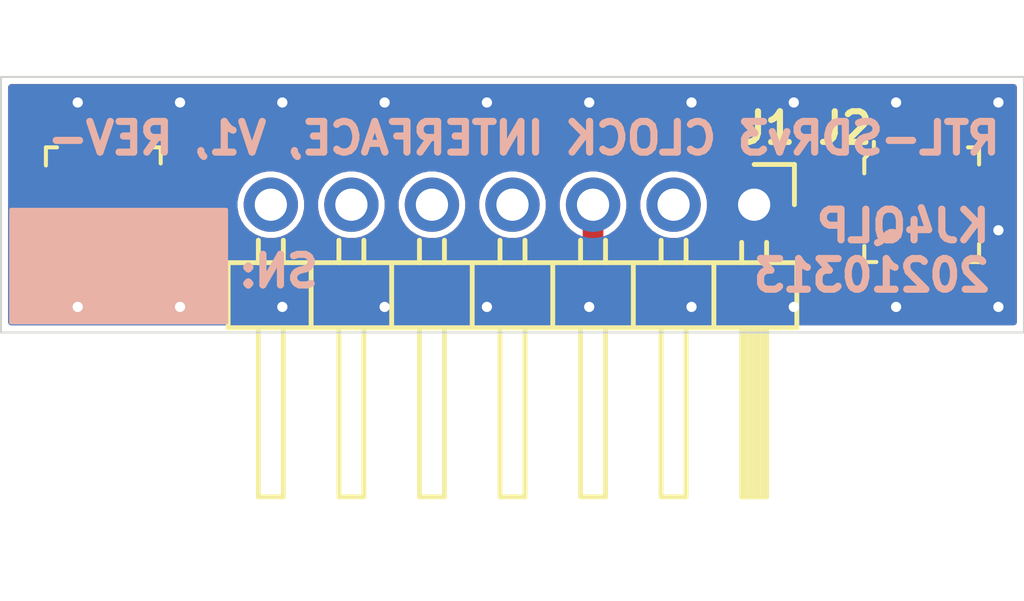
<source format=kicad_pcb>
(kicad_pcb (version 20171130) (host pcbnew 5.1.9-73d0e3b20d~88~ubuntu20.04.1)

  (general
    (thickness 1.6)
    (drawings 8)
    (tracks 30)
    (zones 0)
    (modules 3)
    (nets 3)
  )

  (page USLetter)
  (title_block
    (title "External Clock Interface for RT-SDR V3")
    (date 2021-03-13)
    (rev -)
    (company "Amateur Radio / Phased Arrays")
    (comment 2 creativecommons.org/licenses/by/4.0/)
    (comment 3 "License: CC BY 4.0")
    (comment 4 "Author: Zach Leffke, KJ4QLP")
  )

  (layers
    (0 F.Cu signal)
    (31 B.Cu signal)
    (32 B.Adhes user)
    (33 F.Adhes user)
    (34 B.Paste user)
    (35 F.Paste user)
    (36 B.SilkS user)
    (37 F.SilkS user)
    (38 B.Mask user)
    (39 F.Mask user)
    (40 Dwgs.User user)
    (41 Cmts.User user)
    (42 Eco1.User user)
    (43 Eco2.User user)
    (44 Edge.Cuts user)
    (45 Margin user)
    (46 B.CrtYd user)
    (47 F.CrtYd user)
    (48 B.Fab user)
    (49 F.Fab user)
  )

  (setup
    (last_trace_width 0.508)
    (user_trace_width 0.254)
    (user_trace_width 0.508)
    (user_trace_width 0.762)
    (user_trace_width 1.016)
    (trace_clearance 0.1524)
    (zone_clearance 0.1524)
    (zone_45_only no)
    (trace_min 0.254)
    (via_size 0.8)
    (via_drill 0.4)
    (via_min_size 0.508)
    (via_min_drill 0.254)
    (user_via 0.508 0.254)
    (uvia_size 0.3)
    (uvia_drill 0.1)
    (uvias_allowed no)
    (uvia_min_size 0.2)
    (uvia_min_drill 0.1)
    (edge_width 0.05)
    (segment_width 0.2)
    (pcb_text_width 0.3)
    (pcb_text_size 1.5 1.5)
    (mod_edge_width 0.12)
    (mod_text_size 1 1)
    (mod_text_width 0.15)
    (pad_size 1.524 1.524)
    (pad_drill 0.762)
    (pad_to_mask_clearance 0)
    (aux_axis_origin 0 0)
    (visible_elements FFFDFF7F)
    (pcbplotparams
      (layerselection 0x010fc_ffffffff)
      (usegerberextensions false)
      (usegerberattributes true)
      (usegerberadvancedattributes true)
      (creategerberjobfile true)
      (excludeedgelayer true)
      (linewidth 0.100000)
      (plotframeref false)
      (viasonmask false)
      (mode 1)
      (useauxorigin false)
      (hpglpennumber 1)
      (hpglpenspeed 20)
      (hpglpendiameter 15.000000)
      (psnegative false)
      (psa4output false)
      (plotreference true)
      (plotvalue true)
      (plotinvisibletext false)
      (padsonsilk false)
      (subtractmaskfromsilk false)
      (outputformat 1)
      (mirror false)
      (drillshape 1)
      (scaleselection 1)
      (outputdirectory ""))
  )

  (net 0 "")
  (net 1 "Net-(J1-Pad3)")
  (net 2 GND)

  (net_class Default "This is the default net class."
    (clearance 0.1524)
    (trace_width 0.254)
    (via_dia 0.8)
    (via_drill 0.4)
    (uvia_dia 0.3)
    (uvia_drill 0.1)
    (diff_pair_width 0.254)
    (diff_pair_gap 0.254)
    (add_net GND)
    (add_net "Net-(J1-Pad2)")
    (add_net "Net-(J1-Pad3)")
    (add_net "Net-(J1-Pad4)")
    (add_net "Net-(J1-Pad5)")
    (add_net "Net-(J1-Pad6)")
    (add_net "Net-(J1-Pad7)")
  )

  (module digikey-footprints:Molex_734120114_UMC_RF_CONN_Vertical (layer F.Cu) (tedit 5D2892B1) (tstamp 604DCF59)
    (at 148.59 104.775 90)
    (path /604F4465)
    (attr smd)
    (fp_text reference J3 (at -1.905 1.905) (layer F.SilkS)
      (effects (font (size 0.762 0.762) (thickness 0.1524)))
    )
    (fp_text value 0734120114 (at 0.2 3.175 -90) (layer F.Fab)
      (effects (font (size 1 1) (thickness 0.15)))
    )
    (fp_text user %R (at -0.635 -0.635 -90) (layer F.Fab)
      (effects (font (size 0.5 0.5) (thickness 0.025)))
    )
    (fp_line (start -1.5621 1.18762) (end -1.39446 1.18762) (layer F.SilkS) (width 0.1))
    (fp_line (start -1.38524 1.1927) (end -1.16524 1.4097) (layer F.SilkS) (width 0.1))
    (fp_line (start -1.14554 1.425) (end -0.77978 1.425) (layer F.SilkS) (width 0.1))
    (fp_line (start -1.29794 1.09982) (end -1.09728 1.30048) (layer F.Fab) (width 0.1))
    (fp_line (start -2.25 2.25) (end -2.25 -2.25) (layer F.CrtYd) (width 0.05))
    (fp_line (start 2.25 2.25) (end -2.25 2.25) (layer F.CrtYd) (width 0.05))
    (fp_line (start 2.25 -2.25) (end 2.25 2.25) (layer F.CrtYd) (width 0.05))
    (fp_line (start -2.25 -2.25) (end 2.25 -2.25) (layer F.CrtYd) (width 0.05))
    (fp_line (start 1.425 1.125) (end 1.425 1.425) (layer F.SilkS) (width 0.1))
    (fp_line (start 1.425 1.425) (end 1.025 1.425) (layer F.SilkS) (width 0.1))
    (fp_line (start -1 -1.425) (end -1.425 -1.425) (layer F.SilkS) (width 0.1))
    (fp_line (start -1.425 -1.425) (end -1.425 -1.15) (layer F.SilkS) (width 0.1))
    (fp_line (start 0.975 -1.425) (end 1.425 -1.425) (layer F.SilkS) (width 0.1))
    (fp_line (start 1.425 -1.425) (end 1.425 -1.15) (layer F.SilkS) (width 0.1))
    (fp_line (start -1.3 -1.3) (end -1.3 1.09982) (layer F.Fab) (width 0.1))
    (fp_line (start 1.3 1.3) (end -1.09728 1.3) (layer F.Fab) (width 0.1))
    (fp_line (start 1.3 -1.3) (end 1.3 1.3) (layer F.Fab) (width 0.1))
    (fp_line (start -1.3 -1.3) (end 1.3 -1.3) (layer F.Fab) (width 0.1))
    (pad 1 smd rect (at -1.5 0 90) (size 1 2.2) (layers F.Cu F.Paste F.Mask)
      (net 2 GND))
    (pad 1 smd rect (at 1.5 0 90) (size 1 2.2) (layers F.Cu F.Paste F.Mask)
      (net 2 GND))
    (pad 2 smd rect (at 0 1.5 90) (size 1 1) (layers F.Cu F.Paste F.Mask)
      (net 1 "Net-(J1-Pad3)"))
    (pad 1 smd rect (at 0 -1.5 90) (size 1 1) (layers F.Cu F.Paste F.Mask)
      (net 2 GND))
  )

  (module Connector_PinHeader_2.00mm:PinHeader_1x07_P2.00mm_Horizontal (layer F.Cu) (tedit 59FED667) (tstamp 604D6363)
    (at 164.75 104.775 270)
    (descr "Through hole angled pin header, 1x07, 2.00mm pitch, 4.2mm pin length, single row")
    (tags "Through hole angled pin header THT 1x07 2.00mm single row")
    (path /604EBBF8)
    (fp_text reference J1 (at -1.905 -0.35) (layer F.SilkS)
      (effects (font (size 0.762 0.762) (thickness 0.1524)))
    )
    (fp_text value Conn_01x07_Male (at 3.1 14 90) (layer F.Fab)
      (effects (font (size 1 1) (thickness 0.15)))
    )
    (fp_text user %R (at 2.25 6) (layer F.Fab)
      (effects (font (size 0.9 0.9) (thickness 0.135)))
    )
    (fp_line (start 1.875 -1) (end 3 -1) (layer F.Fab) (width 0.1))
    (fp_line (start 3 -1) (end 3 13) (layer F.Fab) (width 0.1))
    (fp_line (start 3 13) (end 1.5 13) (layer F.Fab) (width 0.1))
    (fp_line (start 1.5 13) (end 1.5 -0.625) (layer F.Fab) (width 0.1))
    (fp_line (start 1.5 -0.625) (end 1.875 -1) (layer F.Fab) (width 0.1))
    (fp_line (start -0.25 -0.25) (end 1.5 -0.25) (layer F.Fab) (width 0.1))
    (fp_line (start -0.25 -0.25) (end -0.25 0.25) (layer F.Fab) (width 0.1))
    (fp_line (start -0.25 0.25) (end 1.5 0.25) (layer F.Fab) (width 0.1))
    (fp_line (start 3 -0.25) (end 7.2 -0.25) (layer F.Fab) (width 0.1))
    (fp_line (start 7.2 -0.25) (end 7.2 0.25) (layer F.Fab) (width 0.1))
    (fp_line (start 3 0.25) (end 7.2 0.25) (layer F.Fab) (width 0.1))
    (fp_line (start -0.25 1.75) (end 1.5 1.75) (layer F.Fab) (width 0.1))
    (fp_line (start -0.25 1.75) (end -0.25 2.25) (layer F.Fab) (width 0.1))
    (fp_line (start -0.25 2.25) (end 1.5 2.25) (layer F.Fab) (width 0.1))
    (fp_line (start 3 1.75) (end 7.2 1.75) (layer F.Fab) (width 0.1))
    (fp_line (start 7.2 1.75) (end 7.2 2.25) (layer F.Fab) (width 0.1))
    (fp_line (start 3 2.25) (end 7.2 2.25) (layer F.Fab) (width 0.1))
    (fp_line (start -0.25 3.75) (end 1.5 3.75) (layer F.Fab) (width 0.1))
    (fp_line (start -0.25 3.75) (end -0.25 4.25) (layer F.Fab) (width 0.1))
    (fp_line (start -0.25 4.25) (end 1.5 4.25) (layer F.Fab) (width 0.1))
    (fp_line (start 3 3.75) (end 7.2 3.75) (layer F.Fab) (width 0.1))
    (fp_line (start 7.2 3.75) (end 7.2 4.25) (layer F.Fab) (width 0.1))
    (fp_line (start 3 4.25) (end 7.2 4.25) (layer F.Fab) (width 0.1))
    (fp_line (start -0.25 5.75) (end 1.5 5.75) (layer F.Fab) (width 0.1))
    (fp_line (start -0.25 5.75) (end -0.25 6.25) (layer F.Fab) (width 0.1))
    (fp_line (start -0.25 6.25) (end 1.5 6.25) (layer F.Fab) (width 0.1))
    (fp_line (start 3 5.75) (end 7.2 5.75) (layer F.Fab) (width 0.1))
    (fp_line (start 7.2 5.75) (end 7.2 6.25) (layer F.Fab) (width 0.1))
    (fp_line (start 3 6.25) (end 7.2 6.25) (layer F.Fab) (width 0.1))
    (fp_line (start -0.25 7.75) (end 1.5 7.75) (layer F.Fab) (width 0.1))
    (fp_line (start -0.25 7.75) (end -0.25 8.25) (layer F.Fab) (width 0.1))
    (fp_line (start -0.25 8.25) (end 1.5 8.25) (layer F.Fab) (width 0.1))
    (fp_line (start 3 7.75) (end 7.2 7.75) (layer F.Fab) (width 0.1))
    (fp_line (start 7.2 7.75) (end 7.2 8.25) (layer F.Fab) (width 0.1))
    (fp_line (start 3 8.25) (end 7.2 8.25) (layer F.Fab) (width 0.1))
    (fp_line (start -0.25 9.75) (end 1.5 9.75) (layer F.Fab) (width 0.1))
    (fp_line (start -0.25 9.75) (end -0.25 10.25) (layer F.Fab) (width 0.1))
    (fp_line (start -0.25 10.25) (end 1.5 10.25) (layer F.Fab) (width 0.1))
    (fp_line (start 3 9.75) (end 7.2 9.75) (layer F.Fab) (width 0.1))
    (fp_line (start 7.2 9.75) (end 7.2 10.25) (layer F.Fab) (width 0.1))
    (fp_line (start 3 10.25) (end 7.2 10.25) (layer F.Fab) (width 0.1))
    (fp_line (start -0.25 11.75) (end 1.5 11.75) (layer F.Fab) (width 0.1))
    (fp_line (start -0.25 11.75) (end -0.25 12.25) (layer F.Fab) (width 0.1))
    (fp_line (start -0.25 12.25) (end 1.5 12.25) (layer F.Fab) (width 0.1))
    (fp_line (start 3 11.75) (end 7.2 11.75) (layer F.Fab) (width 0.1))
    (fp_line (start 7.2 11.75) (end 7.2 12.25) (layer F.Fab) (width 0.1))
    (fp_line (start 3 12.25) (end 7.2 12.25) (layer F.Fab) (width 0.1))
    (fp_line (start 1.44 -1.06) (end 1.44 13.06) (layer F.SilkS) (width 0.12))
    (fp_line (start 1.44 13.06) (end 3.06 13.06) (layer F.SilkS) (width 0.12))
    (fp_line (start 3.06 13.06) (end 3.06 -1.06) (layer F.SilkS) (width 0.12))
    (fp_line (start 3.06 -1.06) (end 1.44 -1.06) (layer F.SilkS) (width 0.12))
    (fp_line (start 3.06 -0.31) (end 7.26 -0.31) (layer F.SilkS) (width 0.12))
    (fp_line (start 7.26 -0.31) (end 7.26 0.31) (layer F.SilkS) (width 0.12))
    (fp_line (start 7.26 0.31) (end 3.06 0.31) (layer F.SilkS) (width 0.12))
    (fp_line (start 3.06 -0.25) (end 7.26 -0.25) (layer F.SilkS) (width 0.12))
    (fp_line (start 3.06 -0.13) (end 7.26 -0.13) (layer F.SilkS) (width 0.12))
    (fp_line (start 3.06 -0.01) (end 7.26 -0.01) (layer F.SilkS) (width 0.12))
    (fp_line (start 3.06 0.11) (end 7.26 0.11) (layer F.SilkS) (width 0.12))
    (fp_line (start 3.06 0.23) (end 7.26 0.23) (layer F.SilkS) (width 0.12))
    (fp_line (start 0.935 -0.31) (end 1.44 -0.31) (layer F.SilkS) (width 0.12))
    (fp_line (start 0.935 0.31) (end 1.44 0.31) (layer F.SilkS) (width 0.12))
    (fp_line (start 1.44 1) (end 3.06 1) (layer F.SilkS) (width 0.12))
    (fp_line (start 3.06 1.69) (end 7.26 1.69) (layer F.SilkS) (width 0.12))
    (fp_line (start 7.26 1.69) (end 7.26 2.31) (layer F.SilkS) (width 0.12))
    (fp_line (start 7.26 2.31) (end 3.06 2.31) (layer F.SilkS) (width 0.12))
    (fp_line (start 0.882114 1.69) (end 1.44 1.69) (layer F.SilkS) (width 0.12))
    (fp_line (start 0.882114 2.31) (end 1.44 2.31) (layer F.SilkS) (width 0.12))
    (fp_line (start 1.44 3) (end 3.06 3) (layer F.SilkS) (width 0.12))
    (fp_line (start 3.06 3.69) (end 7.26 3.69) (layer F.SilkS) (width 0.12))
    (fp_line (start 7.26 3.69) (end 7.26 4.31) (layer F.SilkS) (width 0.12))
    (fp_line (start 7.26 4.31) (end 3.06 4.31) (layer F.SilkS) (width 0.12))
    (fp_line (start 0.882114 3.69) (end 1.44 3.69) (layer F.SilkS) (width 0.12))
    (fp_line (start 0.882114 4.31) (end 1.44 4.31) (layer F.SilkS) (width 0.12))
    (fp_line (start 1.44 5) (end 3.06 5) (layer F.SilkS) (width 0.12))
    (fp_line (start 3.06 5.69) (end 7.26 5.69) (layer F.SilkS) (width 0.12))
    (fp_line (start 7.26 5.69) (end 7.26 6.31) (layer F.SilkS) (width 0.12))
    (fp_line (start 7.26 6.31) (end 3.06 6.31) (layer F.SilkS) (width 0.12))
    (fp_line (start 0.882114 5.69) (end 1.44 5.69) (layer F.SilkS) (width 0.12))
    (fp_line (start 0.882114 6.31) (end 1.44 6.31) (layer F.SilkS) (width 0.12))
    (fp_line (start 1.44 7) (end 3.06 7) (layer F.SilkS) (width 0.12))
    (fp_line (start 3.06 7.69) (end 7.26 7.69) (layer F.SilkS) (width 0.12))
    (fp_line (start 7.26 7.69) (end 7.26 8.31) (layer F.SilkS) (width 0.12))
    (fp_line (start 7.26 8.31) (end 3.06 8.31) (layer F.SilkS) (width 0.12))
    (fp_line (start 0.882114 7.69) (end 1.44 7.69) (layer F.SilkS) (width 0.12))
    (fp_line (start 0.882114 8.31) (end 1.44 8.31) (layer F.SilkS) (width 0.12))
    (fp_line (start 1.44 9) (end 3.06 9) (layer F.SilkS) (width 0.12))
    (fp_line (start 3.06 9.69) (end 7.26 9.69) (layer F.SilkS) (width 0.12))
    (fp_line (start 7.26 9.69) (end 7.26 10.31) (layer F.SilkS) (width 0.12))
    (fp_line (start 7.26 10.31) (end 3.06 10.31) (layer F.SilkS) (width 0.12))
    (fp_line (start 0.882114 9.69) (end 1.44 9.69) (layer F.SilkS) (width 0.12))
    (fp_line (start 0.882114 10.31) (end 1.44 10.31) (layer F.SilkS) (width 0.12))
    (fp_line (start 1.44 11) (end 3.06 11) (layer F.SilkS) (width 0.12))
    (fp_line (start 3.06 11.69) (end 7.26 11.69) (layer F.SilkS) (width 0.12))
    (fp_line (start 7.26 11.69) (end 7.26 12.31) (layer F.SilkS) (width 0.12))
    (fp_line (start 7.26 12.31) (end 3.06 12.31) (layer F.SilkS) (width 0.12))
    (fp_line (start 0.882114 11.69) (end 1.44 11.69) (layer F.SilkS) (width 0.12))
    (fp_line (start 0.882114 12.31) (end 1.44 12.31) (layer F.SilkS) (width 0.12))
    (fp_line (start -1 0) (end -1 -1) (layer F.SilkS) (width 0.12))
    (fp_line (start -1 -1) (end 0 -1) (layer F.SilkS) (width 0.12))
    (fp_line (start -1.5 -1.5) (end -1.5 13.5) (layer F.CrtYd) (width 0.05))
    (fp_line (start -1.5 13.5) (end 7.7 13.5) (layer F.CrtYd) (width 0.05))
    (fp_line (start 7.7 13.5) (end 7.7 -1.5) (layer F.CrtYd) (width 0.05))
    (fp_line (start 7.7 -1.5) (end -1.5 -1.5) (layer F.CrtYd) (width 0.05))
    (pad 7 thru_hole oval (at 0 12 270) (size 1.35 1.35) (drill 0.8) (layers *.Cu *.Mask))
    (pad 6 thru_hole oval (at 0 10 270) (size 1.35 1.35) (drill 0.8) (layers *.Cu *.Mask))
    (pad 5 thru_hole oval (at 0 8 270) (size 1.35 1.35) (drill 0.8) (layers *.Cu *.Mask))
    (pad 4 thru_hole oval (at 0 6 270) (size 1.35 1.35) (drill 0.8) (layers *.Cu *.Mask))
    (pad 3 thru_hole oval (at 0 4 270) (size 1.35 1.35) (drill 0.8) (layers *.Cu *.Mask)
      (net 1 "Net-(J1-Pad3)"))
    (pad 2 thru_hole oval (at 0 2 270) (size 1.35 1.35) (drill 0.8) (layers *.Cu *.Mask))
    (pad 1 thru_hole rect (at 0 0 270) (size 1.35 1.35) (drill 0.8) (layers *.Cu *.Mask)
      (net 2 GND))
    (model ${KISYS3DMOD}/Connector_PinHeader_2.00mm.3dshapes/PinHeader_1x07_P2.00mm_Horizontal.wrl
      (at (xyz 0 0 0))
      (scale (xyz 1 1 1))
      (rotate (xyz 0 0 0))
    )
  )

  (module digikey-footprints:Molex_734120114_UMC_RF_CONN_Vertical (layer F.Cu) (tedit 5D2892B1) (tstamp 604D6E3A)
    (at 168.91 104.775 270)
    (path /604D774A)
    (attr smd)
    (fp_text reference J2 (at -1.905 1.905) (layer F.SilkS)
      (effects (font (size 0.762 0.762) (thickness 0.1524)))
    )
    (fp_text value 0734120114 (at 0.2 3.175 90) (layer F.Fab)
      (effects (font (size 1 1) (thickness 0.15)))
    )
    (fp_text user %R (at -1.905 -1.905 90) (layer F.Fab)
      (effects (font (size 0.5 0.5) (thickness 0.025)))
    )
    (fp_line (start -1.5621 1.18762) (end -1.39446 1.18762) (layer F.SilkS) (width 0.1))
    (fp_line (start -1.38524 1.1927) (end -1.16524 1.4097) (layer F.SilkS) (width 0.1))
    (fp_line (start -1.14554 1.425) (end -0.77978 1.425) (layer F.SilkS) (width 0.1))
    (fp_line (start -1.29794 1.09982) (end -1.09728 1.30048) (layer F.Fab) (width 0.1))
    (fp_line (start -2.25 2.25) (end -2.25 -2.25) (layer F.CrtYd) (width 0.05))
    (fp_line (start 2.25 2.25) (end -2.25 2.25) (layer F.CrtYd) (width 0.05))
    (fp_line (start 2.25 -2.25) (end 2.25 2.25) (layer F.CrtYd) (width 0.05))
    (fp_line (start -2.25 -2.25) (end 2.25 -2.25) (layer F.CrtYd) (width 0.05))
    (fp_line (start 1.425 1.125) (end 1.425 1.425) (layer F.SilkS) (width 0.1))
    (fp_line (start 1.425 1.425) (end 1.025 1.425) (layer F.SilkS) (width 0.1))
    (fp_line (start -1 -1.425) (end -1.425 -1.425) (layer F.SilkS) (width 0.1))
    (fp_line (start -1.425 -1.425) (end -1.425 -1.15) (layer F.SilkS) (width 0.1))
    (fp_line (start 0.975 -1.425) (end 1.425 -1.425) (layer F.SilkS) (width 0.1))
    (fp_line (start 1.425 -1.425) (end 1.425 -1.15) (layer F.SilkS) (width 0.1))
    (fp_line (start -1.3 -1.3) (end -1.3 1.09982) (layer F.Fab) (width 0.1))
    (fp_line (start 1.3 1.3) (end -1.09728 1.3) (layer F.Fab) (width 0.1))
    (fp_line (start 1.3 -1.3) (end 1.3 1.3) (layer F.Fab) (width 0.1))
    (fp_line (start -1.3 -1.3) (end 1.3 -1.3) (layer F.Fab) (width 0.1))
    (pad 1 smd rect (at -1.5 0 270) (size 1 2.2) (layers F.Cu F.Paste F.Mask)
      (net 2 GND))
    (pad 1 smd rect (at 1.5 0 270) (size 1 2.2) (layers F.Cu F.Paste F.Mask)
      (net 2 GND))
    (pad 2 smd rect (at 0 1.5 270) (size 1 1) (layers F.Cu F.Paste F.Mask)
      (net 1 "Net-(J1-Pad3)"))
    (pad 1 smd rect (at 0 -1.5 270) (size 1 1) (layers F.Cu F.Paste F.Mask)
      (net 2 GND))
  )

  (gr_poly (pts (xy 151.638 107.696) (xy 146.304 107.696) (xy 146.304 104.902) (xy 151.638 104.902)) (layer B.SilkS) (width 0.1))
  (gr_text SN: (at 151.892 106.426) (layer B.SilkS) (tstamp 604DD0F7)
    (effects (font (size 0.762 0.762) (thickness 0.1778)) (justify right mirror))
  )
  (gr_text "RTL-SDRv3 CLOCK INTERFACE, V1, REV-" (at 170.942 103.124) (layer B.SilkS) (tstamp 604DCFD1)
    (effects (font (size 0.762 0.762) (thickness 0.1778)) (justify left mirror))
  )
  (gr_line (start 171.45 107.95) (end 171.45 101.6) (layer Edge.Cuts) (width 0.05))
  (gr_text "KJ4QLP\n20210313" (at 170.688 105.918) (layer B.SilkS) (tstamp 604DCFCB)
    (effects (font (size 0.762 0.762) (thickness 0.1778)) (justify left mirror))
  )
  (gr_line (start 146.05 101.6) (end 146.05 107.95) (layer Edge.Cuts) (width 0.05))
  (gr_line (start 171.45 101.6) (end 146.05 101.6) (layer Edge.Cuts) (width 0.05))
  (gr_line (start 146.05 107.95) (end 171.45 107.95) (layer Edge.Cuts) (width 0.05))

  (segment (start 160.75 104.775) (end 160.75 105.632) (width 0.508) (layer F.Cu) (net 1))
  (segment (start 160.75 105.632) (end 160.75 104.775) (width 0.508) (layer F.Cu) (net 1))
  (segment (start 160.75 106.426) (end 160.75 105.632) (width 0.508) (layer F.Cu) (net 1))
  (segment (start 152.273 106.426) (end 160.75 106.426) (width 0.508) (layer F.Cu) (net 1))
  (segment (start 150.622 104.775) (end 152.273 106.426) (width 0.508) (layer F.Cu) (net 1))
  (segment (start 150.09 104.775) (end 150.622 104.775) (width 0.508) (layer F.Cu) (net 1))
  (segment (start 167.005 104.775) (end 167.41 104.775) (width 0.508) (layer F.Cu) (net 1))
  (segment (start 165.354 106.426) (end 167.005 104.775) (width 0.508) (layer F.Cu) (net 1))
  (segment (start 160.75 106.426) (end 165.354 106.426) (width 0.508) (layer F.Cu) (net 1))
  (via (at 170.815 102.235) (size 0.508) (drill 0.254) (layers F.Cu B.Cu) (net 2))
  (via (at 170.815 107.315) (size 0.508) (drill 0.254) (layers F.Cu B.Cu) (net 2) (tstamp 604D753B))
  (via (at 165.735 102.235) (size 0.508) (drill 0.254) (layers F.Cu B.Cu) (net 2) (tstamp 604D7541))
  (via (at 168.275 102.235) (size 0.508) (drill 0.254) (layers F.Cu B.Cu) (net 2) (tstamp 604D7543))
  (via (at 163.195 102.235) (size 0.508) (drill 0.254) (layers F.Cu B.Cu) (net 2) (tstamp 604D7545))
  (via (at 160.655 102.235) (size 0.508) (drill 0.254) (layers F.Cu B.Cu) (net 2) (tstamp 604D7547))
  (via (at 158.115 102.235) (size 0.508) (drill 0.254) (layers F.Cu B.Cu) (net 2) (tstamp 604D755E))
  (via (at 155.575 102.235) (size 0.508) (drill 0.254) (layers F.Cu B.Cu) (net 2) (tstamp 604D7560))
  (via (at 153.035 102.235) (size 0.508) (drill 0.254) (layers F.Cu B.Cu) (net 2) (tstamp 604D7562))
  (via (at 150.495 102.235) (size 0.508) (drill 0.254) (layers F.Cu B.Cu) (net 2) (tstamp 604D7564))
  (via (at 155.575 107.315) (size 0.508) (drill 0.254) (layers F.Cu B.Cu) (net 2) (tstamp 604D756F))
  (via (at 168.275 107.315) (size 0.508) (drill 0.254) (layers F.Cu B.Cu) (net 2) (tstamp 604D7588))
  (via (at 153.035 107.315) (size 0.508) (drill 0.254) (layers F.Cu B.Cu) (net 2) (tstamp 604D756D))
  (via (at 158.115 107.315) (size 0.508) (drill 0.254) (layers F.Cu B.Cu) (net 2) (tstamp 604D7571))
  (via (at 160.655 107.315) (size 0.508) (drill 0.254) (layers F.Cu B.Cu) (net 2) (tstamp 604D809A))
  (via (at 150.495 107.315) (size 0.508) (drill 0.254) (layers F.Cu B.Cu) (net 2) (tstamp 604D8874))
  (via (at 147.955 107.315) (size 0.508) (drill 0.254) (layers F.Cu B.Cu) (net 2) (tstamp 604D8876))
  (via (at 170.815 105.41) (size 0.508) (drill 0.254) (layers F.Cu B.Cu) (net 2) (tstamp 604D8904))
  (via (at 163.195 107.315) (size 0.508) (drill 0.254) (layers F.Cu B.Cu) (net 2) (tstamp 604DC28D))
  (via (at 165.735 107.315) (size 0.508) (drill 0.254) (layers F.Cu B.Cu) (net 2) (tstamp 604DC28F))
  (via (at 147.955 102.235) (size 0.508) (drill 0.254) (layers F.Cu B.Cu) (net 2) (tstamp 604DC37B))

  (zone (net 2) (net_name GND) (layer F.Cu) (tstamp 0) (hatch edge 0.508)
    (connect_pads yes (clearance 0.1524))
    (min_thickness 0.1524)
    (fill yes (arc_segments 32) (thermal_gap 0.508) (thermal_bridge_width 0.508))
    (polygon
      (pts
        (xy 166.37 107.95) (xy 146.05 107.95) (xy 146.05 101.6) (xy 171.45 101.6) (xy 171.45 107.95)
      )
    )
    (filled_polygon
      (pts
        (xy 171.1964 107.6964) (xy 146.3036 107.6964) (xy 146.3036 104.275) (xy 149.360294 104.275) (xy 149.360294 105.275)
        (xy 149.364708 105.319813) (xy 149.377779 105.362905) (xy 149.399006 105.402618) (xy 149.427573 105.437427) (xy 149.462382 105.465994)
        (xy 149.502095 105.487221) (xy 149.545187 105.500292) (xy 149.59 105.504706) (xy 150.59 105.504706) (xy 150.634813 105.500292)
        (xy 150.657815 105.493315) (xy 151.914988 106.750488) (xy 151.930099 106.768901) (xy 152.003585 106.829209) (xy 152.087423 106.874022)
        (xy 152.178393 106.901617) (xy 152.273 106.910935) (xy 152.296707 106.9086) (xy 160.726293 106.9086) (xy 160.75 106.910935)
        (xy 160.773707 106.9086) (xy 165.330295 106.9086) (xy 165.354 106.910935) (xy 165.377705 106.9086) (xy 165.377707 106.9086)
        (xy 165.448606 106.901617) (xy 165.539577 106.874022) (xy 165.623415 106.829209) (xy 165.696901 106.768901) (xy 165.712017 106.750482)
        (xy 166.957794 105.504706) (xy 167.91 105.504706) (xy 167.954813 105.500292) (xy 167.997905 105.487221) (xy 168.037618 105.465994)
        (xy 168.072427 105.437427) (xy 168.100994 105.402618) (xy 168.122221 105.362905) (xy 168.135292 105.319813) (xy 168.139706 105.275)
        (xy 168.139706 104.275) (xy 168.135292 104.230187) (xy 168.122221 104.187095) (xy 168.100994 104.147382) (xy 168.072427 104.112573)
        (xy 168.037618 104.084006) (xy 167.997905 104.062779) (xy 167.954813 104.049708) (xy 167.91 104.045294) (xy 166.91 104.045294)
        (xy 166.865187 104.049708) (xy 166.822095 104.062779) (xy 166.782382 104.084006) (xy 166.747573 104.112573) (xy 166.719006 104.147382)
        (xy 166.697779 104.187095) (xy 166.684708 104.230187) (xy 166.680294 104.275) (xy 166.680294 104.417167) (xy 166.662099 104.432099)
        (xy 166.646988 104.450512) (xy 165.154101 105.9434) (xy 161.2326 105.9434) (xy 161.2326 105.539287) (xy 161.326011 105.476872)
        (xy 161.451872 105.351011) (xy 161.55076 105.203015) (xy 161.618875 105.03857) (xy 161.6536 104.863997) (xy 161.6536 104.686003)
        (xy 161.8464 104.686003) (xy 161.8464 104.863997) (xy 161.881125 105.03857) (xy 161.94924 105.203015) (xy 162.048128 105.351011)
        (xy 162.173989 105.476872) (xy 162.321985 105.57576) (xy 162.48643 105.643875) (xy 162.661003 105.6786) (xy 162.838997 105.6786)
        (xy 163.01357 105.643875) (xy 163.178015 105.57576) (xy 163.326011 105.476872) (xy 163.451872 105.351011) (xy 163.55076 105.203015)
        (xy 163.618875 105.03857) (xy 163.6536 104.863997) (xy 163.6536 104.686003) (xy 163.618875 104.51143) (xy 163.55076 104.346985)
        (xy 163.451872 104.198989) (xy 163.326011 104.073128) (xy 163.178015 103.97424) (xy 163.01357 103.906125) (xy 162.838997 103.8714)
        (xy 162.661003 103.8714) (xy 162.48643 103.906125) (xy 162.321985 103.97424) (xy 162.173989 104.073128) (xy 162.048128 104.198989)
        (xy 161.94924 104.346985) (xy 161.881125 104.51143) (xy 161.8464 104.686003) (xy 161.6536 104.686003) (xy 161.618875 104.51143)
        (xy 161.55076 104.346985) (xy 161.451872 104.198989) (xy 161.326011 104.073128) (xy 161.178015 103.97424) (xy 161.01357 103.906125)
        (xy 160.838997 103.8714) (xy 160.661003 103.8714) (xy 160.48643 103.906125) (xy 160.321985 103.97424) (xy 160.173989 104.073128)
        (xy 160.048128 104.198989) (xy 159.94924 104.346985) (xy 159.881125 104.51143) (xy 159.8464 104.686003) (xy 159.8464 104.863997)
        (xy 159.881125 105.03857) (xy 159.94924 105.203015) (xy 160.048128 105.351011) (xy 160.173989 105.476872) (xy 160.2674 105.539287)
        (xy 160.2674 105.655706) (xy 160.267401 105.655716) (xy 160.267401 105.9434) (xy 152.4729 105.9434) (xy 151.215503 104.686003)
        (xy 151.8464 104.686003) (xy 151.8464 104.863997) (xy 151.881125 105.03857) (xy 151.94924 105.203015) (xy 152.048128 105.351011)
        (xy 152.173989 105.476872) (xy 152.321985 105.57576) (xy 152.48643 105.643875) (xy 152.661003 105.6786) (xy 152.838997 105.6786)
        (xy 153.01357 105.643875) (xy 153.178015 105.57576) (xy 153.326011 105.476872) (xy 153.451872 105.351011) (xy 153.55076 105.203015)
        (xy 153.618875 105.03857) (xy 153.6536 104.863997) (xy 153.6536 104.686003) (xy 153.8464 104.686003) (xy 153.8464 104.863997)
        (xy 153.881125 105.03857) (xy 153.94924 105.203015) (xy 154.048128 105.351011) (xy 154.173989 105.476872) (xy 154.321985 105.57576)
        (xy 154.48643 105.643875) (xy 154.661003 105.6786) (xy 154.838997 105.6786) (xy 155.01357 105.643875) (xy 155.178015 105.57576)
        (xy 155.326011 105.476872) (xy 155.451872 105.351011) (xy 155.55076 105.203015) (xy 155.618875 105.03857) (xy 155.6536 104.863997)
        (xy 155.6536 104.686003) (xy 155.8464 104.686003) (xy 155.8464 104.863997) (xy 155.881125 105.03857) (xy 155.94924 105.203015)
        (xy 156.048128 105.351011) (xy 156.173989 105.476872) (xy 156.321985 105.57576) (xy 156.48643 105.643875) (xy 156.661003 105.6786)
        (xy 156.838997 105.6786) (xy 157.01357 105.643875) (xy 157.178015 105.57576) (xy 157.326011 105.476872) (xy 157.451872 105.351011)
        (xy 157.55076 105.203015) (xy 157.618875 105.03857) (xy 157.6536 104.863997) (xy 157.6536 104.686003) (xy 157.8464 104.686003)
        (xy 157.8464 104.863997) (xy 157.881125 105.03857) (xy 157.94924 105.203015) (xy 158.048128 105.351011) (xy 158.173989 105.476872)
        (xy 158.321985 105.57576) (xy 158.48643 105.643875) (xy 158.661003 105.6786) (xy 158.838997 105.6786) (xy 159.01357 105.643875)
        (xy 159.178015 105.57576) (xy 159.326011 105.476872) (xy 159.451872 105.351011) (xy 159.55076 105.203015) (xy 159.618875 105.03857)
        (xy 159.6536 104.863997) (xy 159.6536 104.686003) (xy 159.618875 104.51143) (xy 159.55076 104.346985) (xy 159.451872 104.198989)
        (xy 159.326011 104.073128) (xy 159.178015 103.97424) (xy 159.01357 103.906125) (xy 158.838997 103.8714) (xy 158.661003 103.8714)
        (xy 158.48643 103.906125) (xy 158.321985 103.97424) (xy 158.173989 104.073128) (xy 158.048128 104.198989) (xy 157.94924 104.346985)
        (xy 157.881125 104.51143) (xy 157.8464 104.686003) (xy 157.6536 104.686003) (xy 157.618875 104.51143) (xy 157.55076 104.346985)
        (xy 157.451872 104.198989) (xy 157.326011 104.073128) (xy 157.178015 103.97424) (xy 157.01357 103.906125) (xy 156.838997 103.8714)
        (xy 156.661003 103.8714) (xy 156.48643 103.906125) (xy 156.321985 103.97424) (xy 156.173989 104.073128) (xy 156.048128 104.198989)
        (xy 155.94924 104.346985) (xy 155.881125 104.51143) (xy 155.8464 104.686003) (xy 155.6536 104.686003) (xy 155.618875 104.51143)
        (xy 155.55076 104.346985) (xy 155.451872 104.198989) (xy 155.326011 104.073128) (xy 155.178015 103.97424) (xy 155.01357 103.906125)
        (xy 154.838997 103.8714) (xy 154.661003 103.8714) (xy 154.48643 103.906125) (xy 154.321985 103.97424) (xy 154.173989 104.073128)
        (xy 154.048128 104.198989) (xy 153.94924 104.346985) (xy 153.881125 104.51143) (xy 153.8464 104.686003) (xy 153.6536 104.686003)
        (xy 153.618875 104.51143) (xy 153.55076 104.346985) (xy 153.451872 104.198989) (xy 153.326011 104.073128) (xy 153.178015 103.97424)
        (xy 153.01357 103.906125) (xy 152.838997 103.8714) (xy 152.661003 103.8714) (xy 152.48643 103.906125) (xy 152.321985 103.97424)
        (xy 152.173989 104.073128) (xy 152.048128 104.198989) (xy 151.94924 104.346985) (xy 151.881125 104.51143) (xy 151.8464 104.686003)
        (xy 151.215503 104.686003) (xy 150.980017 104.450518) (xy 150.964901 104.432099) (xy 150.891415 104.371791) (xy 150.819706 104.333461)
        (xy 150.819706 104.275) (xy 150.815292 104.230187) (xy 150.802221 104.187095) (xy 150.780994 104.147382) (xy 150.752427 104.112573)
        (xy 150.717618 104.084006) (xy 150.677905 104.062779) (xy 150.634813 104.049708) (xy 150.59 104.045294) (xy 149.59 104.045294)
        (xy 149.545187 104.049708) (xy 149.502095 104.062779) (xy 149.462382 104.084006) (xy 149.427573 104.112573) (xy 149.399006 104.147382)
        (xy 149.377779 104.187095) (xy 149.364708 104.230187) (xy 149.360294 104.275) (xy 146.3036 104.275) (xy 146.3036 101.8536)
        (xy 171.196401 101.8536)
      )
    )
  )
  (zone (net 2) (net_name GND) (layer B.Cu) (tstamp 604D731F) (hatch edge 0.508)
    (connect_pads yes (clearance 0.1524))
    (min_thickness 0.1524)
    (fill yes (arc_segments 32) (thermal_gap 0.508) (thermal_bridge_width 0.508))
    (polygon
      (pts
        (xy 166.155259 107.95) (xy 146.05 107.95) (xy 146.05 101.6) (xy 171.45 101.6) (xy 171.45 107.95)
      )
    )
    (filled_polygon
      (pts
        (xy 171.1964 107.6964) (xy 146.3036 107.6964) (xy 146.3036 104.686003) (xy 151.8464 104.686003) (xy 151.8464 104.863997)
        (xy 151.881125 105.03857) (xy 151.94924 105.203015) (xy 152.048128 105.351011) (xy 152.173989 105.476872) (xy 152.321985 105.57576)
        (xy 152.48643 105.643875) (xy 152.661003 105.6786) (xy 152.838997 105.6786) (xy 153.01357 105.643875) (xy 153.178015 105.57576)
        (xy 153.326011 105.476872) (xy 153.451872 105.351011) (xy 153.55076 105.203015) (xy 153.618875 105.03857) (xy 153.6536 104.863997)
        (xy 153.6536 104.686003) (xy 153.8464 104.686003) (xy 153.8464 104.863997) (xy 153.881125 105.03857) (xy 153.94924 105.203015)
        (xy 154.048128 105.351011) (xy 154.173989 105.476872) (xy 154.321985 105.57576) (xy 154.48643 105.643875) (xy 154.661003 105.6786)
        (xy 154.838997 105.6786) (xy 155.01357 105.643875) (xy 155.178015 105.57576) (xy 155.326011 105.476872) (xy 155.451872 105.351011)
        (xy 155.55076 105.203015) (xy 155.618875 105.03857) (xy 155.6536 104.863997) (xy 155.6536 104.686003) (xy 155.8464 104.686003)
        (xy 155.8464 104.863997) (xy 155.881125 105.03857) (xy 155.94924 105.203015) (xy 156.048128 105.351011) (xy 156.173989 105.476872)
        (xy 156.321985 105.57576) (xy 156.48643 105.643875) (xy 156.661003 105.6786) (xy 156.838997 105.6786) (xy 157.01357 105.643875)
        (xy 157.178015 105.57576) (xy 157.326011 105.476872) (xy 157.451872 105.351011) (xy 157.55076 105.203015) (xy 157.618875 105.03857)
        (xy 157.6536 104.863997) (xy 157.6536 104.686003) (xy 157.8464 104.686003) (xy 157.8464 104.863997) (xy 157.881125 105.03857)
        (xy 157.94924 105.203015) (xy 158.048128 105.351011) (xy 158.173989 105.476872) (xy 158.321985 105.57576) (xy 158.48643 105.643875)
        (xy 158.661003 105.6786) (xy 158.838997 105.6786) (xy 159.01357 105.643875) (xy 159.178015 105.57576) (xy 159.326011 105.476872)
        (xy 159.451872 105.351011) (xy 159.55076 105.203015) (xy 159.618875 105.03857) (xy 159.6536 104.863997) (xy 159.6536 104.686003)
        (xy 159.8464 104.686003) (xy 159.8464 104.863997) (xy 159.881125 105.03857) (xy 159.94924 105.203015) (xy 160.048128 105.351011)
        (xy 160.173989 105.476872) (xy 160.321985 105.57576) (xy 160.48643 105.643875) (xy 160.661003 105.6786) (xy 160.838997 105.6786)
        (xy 161.01357 105.643875) (xy 161.178015 105.57576) (xy 161.326011 105.476872) (xy 161.451872 105.351011) (xy 161.55076 105.203015)
        (xy 161.618875 105.03857) (xy 161.6536 104.863997) (xy 161.6536 104.686003) (xy 161.8464 104.686003) (xy 161.8464 104.863997)
        (xy 161.881125 105.03857) (xy 161.94924 105.203015) (xy 162.048128 105.351011) (xy 162.173989 105.476872) (xy 162.321985 105.57576)
        (xy 162.48643 105.643875) (xy 162.661003 105.6786) (xy 162.838997 105.6786) (xy 163.01357 105.643875) (xy 163.178015 105.57576)
        (xy 163.326011 105.476872) (xy 163.451872 105.351011) (xy 163.55076 105.203015) (xy 163.618875 105.03857) (xy 163.6536 104.863997)
        (xy 163.6536 104.686003) (xy 163.618875 104.51143) (xy 163.55076 104.346985) (xy 163.451872 104.198989) (xy 163.326011 104.073128)
        (xy 163.178015 103.97424) (xy 163.01357 103.906125) (xy 162.838997 103.8714) (xy 162.661003 103.8714) (xy 162.48643 103.906125)
        (xy 162.321985 103.97424) (xy 162.173989 104.073128) (xy 162.048128 104.198989) (xy 161.94924 104.346985) (xy 161.881125 104.51143)
        (xy 161.8464 104.686003) (xy 161.6536 104.686003) (xy 161.618875 104.51143) (xy 161.55076 104.346985) (xy 161.451872 104.198989)
        (xy 161.326011 104.073128) (xy 161.178015 103.97424) (xy 161.01357 103.906125) (xy 160.838997 103.8714) (xy 160.661003 103.8714)
        (xy 160.48643 103.906125) (xy 160.321985 103.97424) (xy 160.173989 104.073128) (xy 160.048128 104.198989) (xy 159.94924 104.346985)
        (xy 159.881125 104.51143) (xy 159.8464 104.686003) (xy 159.6536 104.686003) (xy 159.618875 104.51143) (xy 159.55076 104.346985)
        (xy 159.451872 104.198989) (xy 159.326011 104.073128) (xy 159.178015 103.97424) (xy 159.01357 103.906125) (xy 158.838997 103.8714)
        (xy 158.661003 103.8714) (xy 158.48643 103.906125) (xy 158.321985 103.97424) (xy 158.173989 104.073128) (xy 158.048128 104.198989)
        (xy 157.94924 104.346985) (xy 157.881125 104.51143) (xy 157.8464 104.686003) (xy 157.6536 104.686003) (xy 157.618875 104.51143)
        (xy 157.55076 104.346985) (xy 157.451872 104.198989) (xy 157.326011 104.073128) (xy 157.178015 103.97424) (xy 157.01357 103.906125)
        (xy 156.838997 103.8714) (xy 156.661003 103.8714) (xy 156.48643 103.906125) (xy 156.321985 103.97424) (xy 156.173989 104.073128)
        (xy 156.048128 104.198989) (xy 155.94924 104.346985) (xy 155.881125 104.51143) (xy 155.8464 104.686003) (xy 155.6536 104.686003)
        (xy 155.618875 104.51143) (xy 155.55076 104.346985) (xy 155.451872 104.198989) (xy 155.326011 104.073128) (xy 155.178015 103.97424)
        (xy 155.01357 103.906125) (xy 154.838997 103.8714) (xy 154.661003 103.8714) (xy 154.48643 103.906125) (xy 154.321985 103.97424)
        (xy 154.173989 104.073128) (xy 154.048128 104.198989) (xy 153.94924 104.346985) (xy 153.881125 104.51143) (xy 153.8464 104.686003)
        (xy 153.6536 104.686003) (xy 153.618875 104.51143) (xy 153.55076 104.346985) (xy 153.451872 104.198989) (xy 153.326011 104.073128)
        (xy 153.178015 103.97424) (xy 153.01357 103.906125) (xy 152.838997 103.8714) (xy 152.661003 103.8714) (xy 152.48643 103.906125)
        (xy 152.321985 103.97424) (xy 152.173989 104.073128) (xy 152.048128 104.198989) (xy 151.94924 104.346985) (xy 151.881125 104.51143)
        (xy 151.8464 104.686003) (xy 146.3036 104.686003) (xy 146.3036 101.8536) (xy 171.196401 101.8536)
      )
    )
  )
)

</source>
